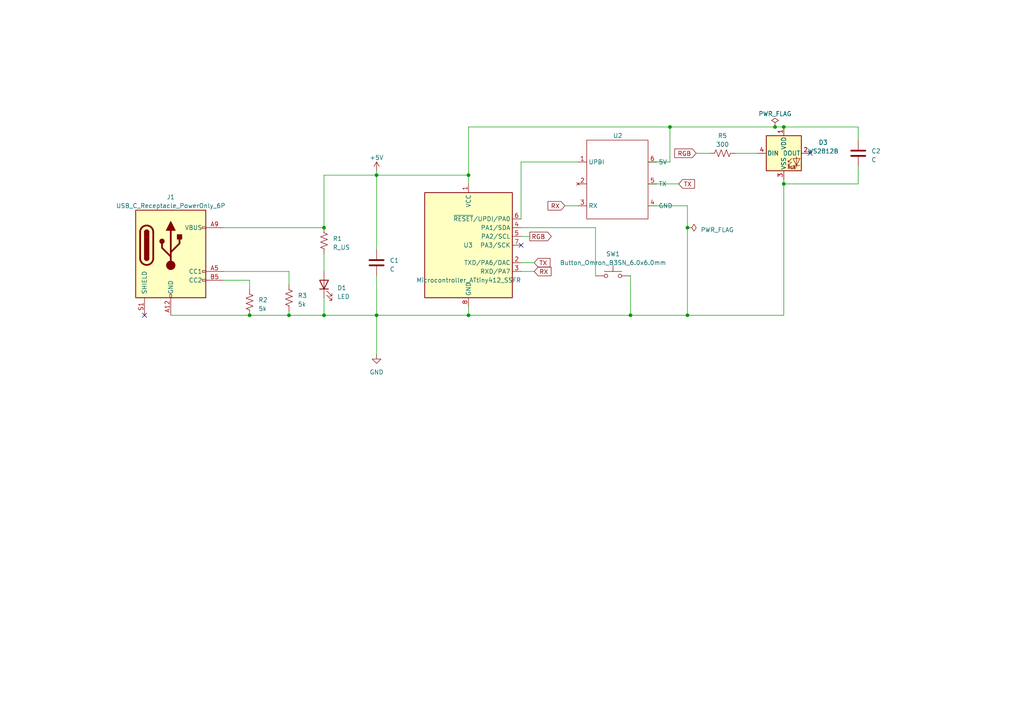
<source format=kicad_sch>
(kicad_sch (version 20230121) (generator eeschema)
  (paper "A4")
  (lib_symbols
    (symbol "Connector:USB_C_Receptacle_PowerOnly_6P" (pin_names (offset 1.016))
      (property "Reference" "J" (at 0 16.51 0))
      (property "Value" "USB_C_Receptacle_PowerOnly_6P" (at 0 13.97 0))
      (symbol "USB_C_Receptacle_PowerOnly_6P_0_0"
        (rectangle (start -0.254 -12.7) (end 0.254 -11.684))
        (rectangle (start 10.16 -7.366) (end 9.144 -7.874))
        (rectangle (start 10.16 -4.826) (end 9.144 -5.334))
        (rectangle (start 10.16 7.874) (end 9.144 7.366))
      )
      (symbol "USB_C_Receptacle_PowerOnly_6P_0_1"
        (rectangle (start -10.16 12.7) (end 10.16 -12.7) (stroke (width 0.254)) (fill (type background)))
        (arc (start -8.89 -1.27) (mid -6.985 -3.1667) (end -5.08 -1.27) (stroke (width 0.508)))
        (arc (start -7.62 -1.27) (mid -6.985 -1.9023) (end -6.35 -1.27) (stroke (width 0.254)))
        (arc (start -7.62 -1.27) (mid -6.985 -1.9023) (end -6.35 -1.27) (stroke (width 0.254)) (fill (type outline)))
        (rectangle (start -7.62 -1.27) (end -6.35 6.35) (stroke (width 0.254)) (fill (type outline)))
        (arc (start -6.35 6.35) (mid -6.985 6.9823) (end -7.62 6.35) (stroke (width 0.254)))
        (arc (start -6.35 6.35) (mid -6.985 6.9823) (end -7.62 6.35) (stroke (width 0.254)) (fill (type outline)))
        (arc (start -5.08 6.35) (mid -6.985 8.2467) (end -8.89 6.35) (stroke (width 0.508)))
        (circle (center -2.54 3.683) (radius 0.635) (stroke (width 0.254)) (fill (type outline)))
        (circle (center 0 -3.302) (radius 1.27) (fill (type outline)))
        (polyline (pts (xy -8.89 -1.27) (xy -8.89 6.35)) (stroke (width 0.508)))
        (polyline (pts (xy -5.08 6.35) (xy -5.08 -1.27)) (stroke (width 0.508)))
        (polyline (pts (xy 0 -3.302) (xy 0 6.858)) (stroke (width 0.508)))
        (polyline (pts (xy 0 -0.762) (xy -2.54 1.778) (xy -2.54 3.048)) (stroke (width 0.508)))
        (polyline (pts (xy 0 0.508) (xy 2.54 3.048) (xy 2.54 4.318)) (stroke (width 0.508)))
        (polyline (pts (xy -1.27 6.858) (xy 0 9.398) (xy 1.27 6.858) (xy -1.27 6.858)) (stroke (width 0.254)) (fill (type outline)))
        (rectangle (start 1.905 4.318) (end 3.175 5.588) (stroke (width 0.254)) (fill (type outline)))
      )
      (symbol "USB_C_Receptacle_PowerOnly_6P_1_1"
        (pin passive line (at 0 -17.78 90) (length 5.08) (name "GND") (number "A12"))
        (pin bidirectional line (at 15.24 -5.08 180) (length 5.08) (name "CC1") (number "A5"))
        (pin passive line (at 15.24 7.62 180) (length 5.08) (name "VBUS") (number "A9"))
        (pin passive line (at 0 -17.78 90) (length 5.08) hide (name "GND") (number "B12"))
        (pin bidirectional line (at 15.24 -7.62 180) (length 5.08) (name "CC2") (number "B5"))
        (pin passive line (at 15.24 7.62 180) (length 5.08) hide (name "VBUS") (number "B9"))
        (pin passive line (at -7.62 -17.78 90) (length 5.08) (name "SHIELD") (number "S1"))
      )
    )
    (symbol "Device:C" (pin_numbers hide) (pin_names (offset 0.254))
      (property "Reference" "C" (at 0.635 2.54 0))
      (property "Value" "C" (at 0.635 -2.54 0))
      (symbol "C_0_1"
        (polyline (pts (xy -2.032 -0.762) (xy 2.032 -0.762)) (stroke (width 0.508)))
        (polyline (pts (xy -2.032 0.762) (xy 2.032 0.762)) (stroke (width 0.508)))
      )
      (symbol "C_1_1"
        (pin passive line (at 0 3.81 270) (length 2.794) (name "~") (number "1"))
        (pin passive line (at 0 -3.81 90) (length 2.794) (name "~") (number "2"))
      )
    )
    (symbol "Device:LED" (pin_numbers hide) (pin_names (offset 1.016) hide)
      (property "Reference" "D" (at 0 2.54 0))
      (property "Value" "LED" (at 0 -2.54 0))
      (symbol "LED_0_1"
        (polyline (pts (xy -1.27 -1.27) (xy -1.27 1.27)) (stroke (width 0.254)))
        (polyline (pts (xy -1.27 0) (xy 1.27 0)))
        (polyline (pts (xy 1.27 -1.27) (xy 1.27 1.27) (xy -1.27 0) (xy 1.27 -1.27)) (stroke (width 0.254)))
        (polyline (pts (xy -3.048 -0.762) (xy -4.572 -2.286) (xy -3.81 -2.286) (xy -4.572 -2.286) (xy -4.572 -1.524)))
        (polyline (pts (xy -1.778 -0.762) (xy -3.302 -2.286) (xy -2.54 -2.286) (xy -3.302 -2.286) (xy -3.302 -1.524)))
      )
      (symbol "LED_1_1"
        (pin passive line (at -3.81 0 0) (length 2.54) (name "K") (number "1"))
        (pin passive line (at 3.81 0 180) (length 2.54) (name "A") (number "2"))
      )
    )
    (symbol "Device:R_US" (pin_numbers hide) (pin_names (offset 0))
      (property "Reference" "R" (at 2.54 0 90))
      (property "Value" "R_US" (at -2.54 0 90))
      (symbol "R_US_0_1"
        (polyline (pts (xy 0 -2.286) (xy 0 -2.54)))
        (polyline (pts (xy 0 2.286) (xy 0 2.54)))
        (polyline (pts (xy 0 -0.762) (xy 1.016 -1.143) (xy 0 -1.524) (xy -1.016 -1.905) (xy 0 -2.286)))
        (polyline (pts (xy 0 0.762) (xy 1.016 0.381) (xy 0 0) (xy -1.016 -0.381) (xy 0 -0.762)))
        (polyline (pts (xy 0 2.286) (xy 1.016 1.905) (xy 0 1.524) (xy -1.016 1.143) (xy 0 0.762)))
      )
      (symbol "R_US_1_1"
        (pin passive line (at 0 3.81 270) (length 1.27) (name "~") (number "1"))
        (pin passive line (at 0 -3.81 90) (length 1.27) (name "~") (number "2"))
      )
    )
    (symbol "LED:WS2812B" (pin_names (offset 0.254))
      (property "Reference" "D" (at 5.08 5.715 0))
      (property "Value" "WS2812B" (at 1.27 -5.715 0))
      (symbol "WS2812B_0_0"
        (text "RGB" (at 2.286 -4.191 0) (effects (font (size 0.762 0.762))))
      )
      (symbol "WS2812B_0_1"
        (polyline (pts (xy 1.27 -3.556) (xy 1.778 -3.556)))
        (polyline (pts (xy 1.27 -2.54) (xy 1.778 -2.54)))
        (polyline (pts (xy 4.699 -3.556) (xy 2.667 -3.556)))
        (polyline (pts (xy 2.286 -2.54) (xy 1.27 -3.556) (xy 1.27 -3.048)))
        (polyline (pts (xy 2.286 -1.524) (xy 1.27 -2.54) (xy 1.27 -2.032)))
        (polyline (pts (xy 3.683 -1.016) (xy 3.683 -3.556) (xy 3.683 -4.064)))
        (polyline (pts (xy 4.699 -1.524) (xy 2.667 -1.524) (xy 3.683 -3.556) (xy 4.699 -1.524)))
        (rectangle (start 5.08 5.08) (end -5.08 -5.08) (stroke (width 0.254)) (fill (type background)))
      )
      (symbol "WS2812B_1_1"
        (pin power_in line (at 0 7.62 270) (length 2.54) (name "VDD") (number "1"))
        (pin output line (at 7.62 0 180) (length 2.54) (name "DOUT") (number "2"))
        (pin power_in line (at 0 -7.62 90) (length 2.54) (name "VSS") (number "3"))
        (pin input line (at -7.62 0 0) (length 2.54) (name "DIN") (number "4"))
      )
    )
    (symbol "fab:Button_Omron_B3SN_6.0x6.0mm" (pin_numbers hide) (pin_names (offset 1.016) hide)
      (property "Reference" "SW" (at 1.27 2.54 0))
      (property "Value" "Button_Omron_B3SN_6.0x6.0mm" (at 0 -1.524 0))
      (symbol "Button_Omron_B3SN_6.0x6.0mm_0_1"
        (circle (center -2.032 0) (radius 0.508))
        (polyline (pts (xy 0 1.27) (xy 0 3.048)))
        (polyline (pts (xy 2.54 1.27) (xy -2.54 1.27)))
        (circle (center 2.032 0) (radius 0.508))
        (pin passive line (at -5.08 0 0) (length 2.54) (name "1") (number "1"))
        (pin passive line (at 5.08 0 180) (length 2.54) (name "2") (number "2"))
      )
    )
    (symbol "fab:Microcontroller_ATtiny412_SSFR"
      (property "Reference" "U" (at -12.7 17.78 0))
      (property "Value" "Microcontroller_ATtiny412_SSFR" (at 2.54 17.78 0))
      (symbol "Microcontroller_ATtiny412_SSFR_0_1"
        (rectangle (start -12.7 -15.24) (end 12.7 15.24) (stroke (width 0.254)) (fill (type background)))
      )
      (symbol "Microcontroller_ATtiny412_SSFR_1_1"
        (pin power_in line (at 0 17.78 270) (length 2.54) (name "VCC") (number "1"))
        (pin bidirectional line (at 15.24 -5.08 180) (length 2.54) (name "TXD/PA6/DAC") (number "2"))
        (pin bidirectional line (at 15.24 -7.62 180) (length 2.54) (name "RXD/PA7") (number "3"))
        (pin bidirectional line (at 15.24 5.08 180) (length 2.54) (name "PA1/SDA") (number "4"))
        (pin bidirectional line (at 15.24 2.54 180) (length 2.54) (name "PA2/SCL") (number "5"))
        (pin bidirectional line (at 15.24 7.62 180) (length 2.54) (name "~{RESET}/UPDI/PA0") (number "6"))
        (pin bidirectional line (at 15.24 0 180) (length 2.54) (name "PA3/SCK") (number "7"))
        (pin power_in line (at 0 -17.78 90) (length 2.54) (name "GND") (number "8"))
      )
    )
    (symbol "fab:PWR_FLAG" (power) (pin_numbers hide) (pin_names (offset 0) hide)
      (property "Value" "PWR_FLAG" (at 0 3.81 0))
      (symbol "PWR_FLAG_0_0"
        (pin power_out line (at 0 0 90) (length 0) (name "PWR_FLAG") (number "1"))
      )
      (symbol "PWR_FLAG_0_1"
        (polyline (pts (xy 0 0) (xy 0 1.27) (xy -1.016 1.905) (xy 0 2.54) (xy 1.016 1.905) (xy 0 1.27)))
      )
    )
    (symbol "fab:UPDI-FTDI"
      (property "Reference" "U" (at -5.08 5.08 0))
      (symbol "UPDI-FTDI_0_1"
        (rectangle (start -3.81 6.35) (end 13.97 -16.51))
      )
      (symbol "UPDI-FTDI_1_1"
        (pin bidirectional line (at -6.35 0 0) (length 2.54) (name "UPDI") (number "1"))
        (pin no_connect line (at -6.35 -6.35 0) (length 2.54) (name "") (number "2"))
        (pin input line (at -6.35 -12.7 0) (length 2.54) (name "RX") (number "3"))
        (pin power_in line (at 13.97 -12.7 0) (length 2.54) (name "GND") (number "4"))
        (pin output line (at 13.97 -6.35 0) (length 2.54) (name "TX") (number "5"))
        (pin power_in line (at 13.97 0 0) (length 2.54) (name "5V") (number "6"))
      )
    )
    (symbol "power:+5V" (power) (pin_names (offset 0))
      (property "Value" "+5V" (at 0 3.556 0))
      (symbol "+5V_0_1"
        (polyline (pts (xy -0.762 1.27) (xy 0 2.54)))
        (polyline (pts (xy 0 0) (xy 0 2.54)))
        (polyline (pts (xy 0 2.54) (xy 0.762 1.27)))
      )
      (symbol "+5V_1_1"
        (pin power_in line (at 0 0 90) (length 0) hide (name "+5V") (number "1"))
      )
    )
    (symbol "power:GND" (power) (pin_names (offset 0))
      (property "Value" "GND" (at 0 -3.81 0))
      (symbol "GND_0_1"
        (polyline (pts (xy 0 0) (xy 0 -1.27) (xy 1.27 -1.27) (xy 0 -2.54) (xy -1.27 -1.27) (xy 0 -1.27)))
      )
      (symbol "GND_1_1"
        (pin power_in line (at 0 0 270) (length 0) hide (name "GND") (number "1"))
      )
    )
  )
  (junction (at 109.22 91.44))
  (junction (at 93.98 66.04))
  (junction (at 135.89 91.44))
  (junction (at 194.31 36.83))
  (junction (at 72.39 91.44))
  (junction (at 109.22 50.8))
  (junction (at 83.82 91.44))
  (junction (at 227.33 36.83))
  (junction (at 135.89 50.8))
  (junction (at 227.33 53.34))
  (junction (at 224.79 36.83))
  (junction (at 199.39 66.04))
  (junction (at 199.39 91.44))
  (junction (at 182.88 91.44))
  (junction (at 93.98 91.44))
  (no_connect (at 234.95 44.45))
  (no_connect (at 41.91 91.44))
  (no_connect (at 151.13 71.12))
  (wire (pts (xy 154.94 78.74) (xy 151.13 78.74)))
  (wire (pts (xy 135.89 88.9) (xy 135.89 91.44)))
  (wire (pts (xy 93.98 73.66) (xy 93.98 78.74)))
  (wire (pts (xy 227.33 53.34) (xy 248.92 53.34)))
  (wire (pts (xy 93.98 91.44) (xy 109.22 91.44)))
  (wire (pts (xy 199.39 66.04) (xy 199.39 91.44)))
  (wire (pts (xy 72.39 91.44) (xy 83.82 91.44)))
  (wire (pts (xy 83.82 82.55) (xy 83.82 78.74)))
  (wire (pts (xy 151.13 66.04) (xy 172.72 66.04)))
  (wire (pts (xy 172.72 66.04) (xy 172.72 80.01)))
  (wire (pts (xy 227.33 36.83) (xy 248.92 36.83)))
  (wire (pts (xy 135.89 36.83) (xy 194.31 36.83)))
  (wire (pts (xy 135.89 50.8) (xy 135.89 53.34)))
  (wire (pts (xy 72.39 81.28) (xy 72.39 83.82)))
  (wire (pts (xy 227.33 53.34) (xy 227.33 91.44)))
  (wire (pts (xy 109.22 80.01) (xy 109.22 91.44)))
  (wire (pts (xy 187.96 46.99) (xy 194.31 46.99)))
  (wire (pts (xy 182.88 80.01) (xy 182.88 91.44)))
  (wire (pts (xy 187.96 59.69) (xy 199.39 59.69)))
  (wire (pts (xy 49.53 91.44) (xy 72.39 91.44)))
  (wire (pts (xy 135.89 50.8) (xy 109.22 50.8)))
  (wire (pts (xy 64.77 81.28) (xy 72.39 81.28)))
  (wire (pts (xy 83.82 91.44) (xy 93.98 91.44)))
  (wire (pts (xy 135.89 36.83) (xy 135.89 50.8)))
  (wire (pts (xy 83.82 90.17) (xy 83.82 91.44)))
  (wire (pts (xy 163.83 59.69) (xy 167.64 59.69)))
  (wire (pts (xy 248.92 40.64) (xy 248.92 36.83)))
  (wire (pts (xy 224.79 36.83) (xy 227.33 36.83)))
  (wire (pts (xy 182.88 91.44) (xy 199.39 91.44)))
  (wire (pts (xy 93.98 50.8) (xy 93.98 66.04)))
  (wire (pts (xy 109.22 91.44) (xy 109.22 102.87)))
  (wire (pts (xy 151.13 46.99) (xy 151.13 63.5)))
  (wire (pts (xy 64.77 66.04) (xy 93.98 66.04)))
  (wire (pts (xy 194.31 36.83) (xy 224.79 36.83)))
  (wire (pts (xy 135.89 91.44) (xy 182.88 91.44)))
  (wire (pts (xy 227.33 52.07) (xy 227.33 53.34)))
  (wire (pts (xy 194.31 36.83) (xy 194.31 46.99)))
  (wire (pts (xy 153.67 68.58) (xy 151.13 68.58)))
  (wire (pts (xy 201.93 44.45) (xy 205.74 44.45)))
  (wire (pts (xy 199.39 91.44) (xy 227.33 91.44)))
  (wire (pts (xy 109.22 50.8) (xy 93.98 50.8)))
  (wire (pts (xy 109.22 91.44) (xy 135.89 91.44)))
  (wire (pts (xy 93.98 91.44) (xy 93.98 86.36)))
  (wire (pts (xy 109.22 49.53) (xy 109.22 50.8)))
  (wire (pts (xy 151.13 76.2) (xy 154.94 76.2)))
  (wire (pts (xy 248.92 48.26) (xy 248.92 53.34)))
  (wire (pts (xy 213.36 44.45) (xy 219.71 44.45)))
  (wire (pts (xy 187.96 53.34) (xy 196.85 53.34)))
  (wire (pts (xy 151.13 46.99) (xy 167.64 46.99)))
  (wire (pts (xy 83.82 78.74) (xy 64.77 78.74)))
  (wire (pts (xy 199.39 59.69) (xy 199.39 66.04)))
  (wire (pts (xy 109.22 50.8) (xy 109.22 72.39)))
  (global_label "RX" (shape input) (at 163.83 59.69 180) (property "Intersheetrefs" "${INTERSHEET_REFS}" (effects hide)))
  (global_label "RGB" (shape input) (at 201.93 44.45 180) (property "Intersheetrefs" "${INTERSHEET_REFS}" (effects hide)))
  (global_label "TX" (shape input) (at 154.94 76.2 0) (property "Intersheetrefs" "${INTERSHEET_REFS}" (effects hide)))
  (global_label "RX" (shape input) (at 154.94 78.74 0) (property "Intersheetrefs" "${INTERSHEET_REFS}" (effects hide)))
  (global_label "TX" (shape input) (at 196.85 53.34 0) (property "Intersheetrefs" "${INTERSHEET_REFS}" (effects hide)))
  (global_label "RGB" (shape output) (at 153.67 68.58 0) (property "Intersheetrefs" "${INTERSHEET_REFS}" (effects hide)))
  (symbol (lib_id "fab:Button_Omron_B3SN_6.0x6.0mm") (at 177.8 80.01 0) (unit 1)
    (property "Reference" "SW1" (at 177.8 73.66 0))
    (property "Value" "Button_Omron_B3SN_6.0x6.0mm" (at 177.8 76.2 0))
    (property "Footprint" "fab:Button_Omron_B3SN_6.0x6.0mm" (effects hide))
    (property "Datasheet" "https://omronfs.omron.com/en_US/ecb/products/pdf/en-b3sn.pdf" (effects hide))
  )
  (symbol (lib_id "Device:R_US") (at 83.82 86.36 0) (unit 1)
    (property "Reference" "R3" (at 86.36 85.725 0) (effects (justify left)))
    (property "Value" "5k" (at 86.36 88.265 0) (effects (justify left)))
    (property "Footprint" "Resistor_SMD:R_1206_3216Metric" (effects hide))
  )
  (symbol (lib_id "power:+5V") (at 109.22 49.53 0) (unit 1)
    (property "Reference" "#PWR03" (effects hide))
    (property "Value" "+5V" (at 109.22 45.72 0))
  )
  (symbol (lib_id "Device:R_US") (at 209.55 44.45 90) (unit 1)
    (property "Reference" "R5" (at 209.55 39.37 90))
    (property "Value" "300" (at 209.55 41.91 90))
    (property "Footprint" "Resistor_SMD:R_1206_3216Metric" (effects hide))
  )
  (symbol (lib_id "fab:PWR_FLAG") (at 224.79 36.83 0) (unit 1)
    (property "Reference" "#FLG01" (effects hide))
    (property "Value" "PWR_FLAG" (at 224.79 33.02 0))
  )
  (symbol (lib_id "Device:C") (at 109.22 76.2 0) (unit 1)
    (property "Reference" "C1" (at 113.03 75.565 0) (effects (justify left)))
    (property "Value" "C" (at 113.03 78.105 0) (effects (justify left)))
    (property "Footprint" "Capacitor_SMD:C_1206_3216Metric" (effects hide))
  )
  (symbol (lib_id "Device:R_US") (at 93.98 69.85 0) (unit 1)
    (property "Reference" "R1" (at 96.52 69.215 0) (effects (justify left)))
    (property "Value" "R_US" (at 96.52 71.755 0) (effects (justify left)))
    (property "Footprint" "Capacitor_SMD:C_1206_3216Metric" (effects hide))
  )
  (symbol (lib_id "fab:Microcontroller_ATtiny412_SSFR") (at 135.89 71.12 0) (unit 1)
    (property "Reference" "U3" (at 137.16 71.12 0) (effects (justify right)))
    (property "Value" "Microcontroller_ATtiny412_SSFR" (at 151.13 81.28 0) (effects (justify right)))
    (property "Footprint" "fab:SOIC-8_3.9x4.9mm_P1.27mm" (effects hide))
    (property "Datasheet" "http://ww1.microchip.com/downloads/en/DeviceDoc/40001911A.pdf" (effects hide))
  )
  (symbol (lib_id "Device:C") (at 248.92 44.45 0) (unit 1)
    (property "Reference" "C2" (at 252.73 43.815 0) (effects (justify left)))
    (property "Value" "C" (at 252.73 46.355 0) (effects (justify left)))
    (property "Footprint" "Capacitor_SMD:C_1206_3216Metric" (effects hide))
  )
  (symbol (lib_id "fab:PWR_FLAG") (at 199.39 66.04 270) (unit 1)
    (property "Reference" "#FLG02" (effects hide))
    (property "Value" "PWR_FLAG" (at 203.2 66.675 90) (effects (justify left)))
  )
  (symbol (lib_id "Device:R_US") (at 72.39 87.63 0) (unit 1)
    (property "Reference" "R2" (at 74.93 86.995 0) (effects (justify left)))
    (property "Value" "5k" (at 74.93 89.535 0) (effects (justify left)))
    (property "Footprint" "Resistor_SMD:R_1206_3216Metric" (effects hide))
  )
  (symbol (lib_id "Connector:USB_C_Receptacle_PowerOnly_6P") (at 49.53 73.66 0) (unit 1)
    (property "Reference" "J1" (at 49.53 57.15 0))
    (property "Value" "USB_C_Receptacle_PowerOnly_6P" (at 49.53 59.69 0))
    (property "Footprint" "fab:Conn_USB_C_Socket_GCT_USB4125-GF-A-0190" (effects hide))
    (property "Datasheet" "https://www.usb.org/sites/default/files/documents/usb_type-c.zip" (effects hide))
  )
  (symbol (lib_id "power:GND") (at 109.22 102.87 0) (unit 1)
    (property "Reference" "#PWR01" (effects hide))
    (property "Value" "GND" (at 109.22 107.95 0))
  )
  (symbol (lib_id "LED:WS2812B") (at 227.33 44.45 0) (unit 1)
    (property "Reference" "D3" (at 238.76 41.3259 0))
    (property "Value" "WS2812B" (at 238.76 43.8659 0))
    (property "Footprint" "LED_SMD:LED_WS2812B_PLCC4_5.0x5.0mm_P3.2mm" (effects hide))
    (property "Datasheet" "https://cdn-shop.adafruit.com/datasheets/WS2812B.pdf" (effects hide))
  )
  (symbol (lib_id "fab:UPDI-FTDI") (at 173.99 46.99 0) (unit 1)
    (property "Reference" "U2" (at 177.8 39.37 0) (effects (justify left)))
    (property "Value" "~" (at 173.99 46.99 0))
    (property "Footprint" "fab:PinHeader_2x03_P2.54mm_Vertical_SMD" (effects hide))
  )
  (symbol (lib_id "Device:LED") (at 93.98 82.55 90) (unit 1)
    (property "Reference" "D1" (at 97.79 83.5025 90) (effects (justify right)))
    (property "Value" "LED" (at 97.79 86.0425 90) (effects (justify right)))
    (property "Footprint" "LED_SMD:LED_1206_3216Metric_Pad1.42x1.75mm_HandSolder" (effects hide))
  )
)
</source>
